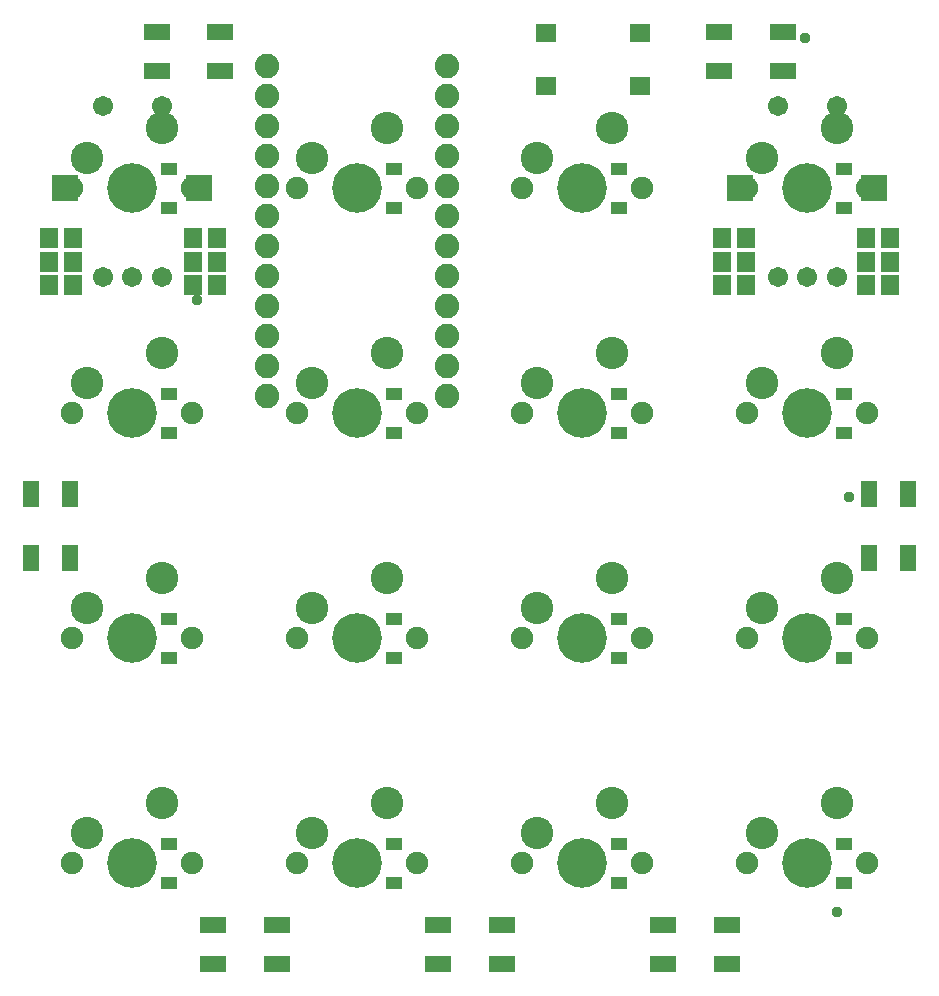
<source format=gbr>
G04 EAGLE Gerber RS-274X export*
G75*
%MOMM*%
%FSLAX34Y34*%
%LPD*%
%INSoldermask Bottom*%
%IPPOS*%
%AMOC8*
5,1,8,0,0,1.08239X$1,22.5*%
G01*
%ADD10C,2.082800*%
%ADD11C,4.203200*%
%ADD12C,1.903200*%
%ADD13C,2.743200*%
%ADD14C,1.711200*%
%ADD15R,2.303200X2.303200*%
%ADD16R,1.423200X1.113200*%
%ADD17R,1.503200X1.803200*%
%ADD18R,2.203200X1.453200*%
%ADD19R,1.453200X2.203200*%
%ADD20R,1.753200X1.503200*%
%ADD21C,0.959600*%


D10*
X457200Y865188D03*
X457200Y839788D03*
X457200Y814388D03*
X457200Y788988D03*
X457200Y763588D03*
X457200Y738188D03*
X457200Y712788D03*
X457200Y687388D03*
X457200Y661988D03*
X457200Y636588D03*
X457200Y611188D03*
X457200Y585788D03*
X304800Y585788D03*
X304800Y611188D03*
X304800Y636588D03*
X304800Y661988D03*
X304800Y687388D03*
X304800Y712788D03*
X304800Y738188D03*
X304800Y763588D03*
X304800Y788988D03*
X304800Y814388D03*
X304800Y839788D03*
X304800Y865188D03*
D11*
X190500Y762000D03*
D12*
X139700Y762000D03*
X241300Y762000D03*
D13*
X152400Y787400D03*
X215900Y812800D03*
D11*
X190500Y571500D03*
D12*
X139700Y571500D03*
X241300Y571500D03*
D13*
X152400Y596900D03*
X215900Y622300D03*
D11*
X190500Y381000D03*
D12*
X139700Y381000D03*
X241300Y381000D03*
D13*
X152400Y406400D03*
X215900Y431800D03*
D11*
X190500Y190500D03*
D12*
X139700Y190500D03*
X241300Y190500D03*
D13*
X152400Y215900D03*
X215900Y241300D03*
D11*
X381000Y762000D03*
D12*
X330200Y762000D03*
X431800Y762000D03*
D13*
X342900Y787400D03*
X406400Y812800D03*
D11*
X381000Y571500D03*
D12*
X330200Y571500D03*
X431800Y571500D03*
D13*
X342900Y596900D03*
X406400Y622300D03*
D11*
X381000Y381000D03*
D12*
X330200Y381000D03*
X431800Y381000D03*
D13*
X342900Y406400D03*
X406400Y431800D03*
D11*
X381000Y190500D03*
D12*
X330200Y190500D03*
X431800Y190500D03*
D13*
X342900Y215900D03*
X406400Y241300D03*
D11*
X571500Y762000D03*
D12*
X520700Y762000D03*
X622300Y762000D03*
D13*
X533400Y787400D03*
X596900Y812800D03*
D11*
X571500Y571500D03*
D12*
X520700Y571500D03*
X622300Y571500D03*
D13*
X533400Y596900D03*
X596900Y622300D03*
D11*
X571500Y381000D03*
D12*
X520700Y381000D03*
X622300Y381000D03*
D13*
X533400Y406400D03*
X596900Y431800D03*
D11*
X571500Y190500D03*
D12*
X520700Y190500D03*
X622300Y190500D03*
D13*
X533400Y215900D03*
X596900Y241300D03*
D11*
X762000Y762000D03*
D12*
X711200Y762000D03*
X812800Y762000D03*
D13*
X723900Y787400D03*
X787400Y812800D03*
D11*
X762000Y571500D03*
D12*
X711200Y571500D03*
X812800Y571500D03*
D13*
X723900Y596900D03*
X787400Y622300D03*
D11*
X762000Y381000D03*
D12*
X711200Y381000D03*
X812800Y381000D03*
D13*
X723900Y406400D03*
X787400Y431800D03*
D11*
X762000Y190500D03*
D12*
X711200Y190500D03*
X812800Y190500D03*
D13*
X723900Y215900D03*
X787400Y241300D03*
D14*
X190500Y687000D03*
X165500Y687000D03*
X216000Y687000D03*
X165500Y832000D03*
X215500Y832000D03*
D15*
X133500Y762000D03*
X247500Y762000D03*
D14*
X762000Y687000D03*
X737000Y687000D03*
X787500Y687000D03*
X737000Y832000D03*
X787000Y832000D03*
D15*
X705000Y762000D03*
X819000Y762000D03*
D16*
X222000Y745650D03*
X222000Y778350D03*
X412500Y745650D03*
X412500Y778350D03*
X603000Y745650D03*
X603000Y778350D03*
X793500Y745650D03*
X793500Y778350D03*
X222000Y555150D03*
X222000Y587850D03*
X412500Y555150D03*
X412500Y587850D03*
X603000Y555150D03*
X603000Y587850D03*
X793500Y555150D03*
X793500Y587850D03*
X222000Y364650D03*
X222000Y397350D03*
X412500Y364650D03*
X412500Y397350D03*
X603000Y364650D03*
X603000Y397350D03*
X793500Y364650D03*
X793500Y397350D03*
X222000Y174150D03*
X222000Y206850D03*
X412500Y174150D03*
X412500Y206850D03*
X603000Y174150D03*
X603000Y206850D03*
X793500Y174150D03*
X793500Y206850D03*
D17*
X262000Y720000D03*
X242000Y720000D03*
X262000Y700000D03*
X242000Y700000D03*
X120000Y720000D03*
X140000Y720000D03*
X120000Y700000D03*
X140000Y700000D03*
X262000Y680000D03*
X242000Y680000D03*
X120000Y680000D03*
X140000Y680000D03*
X812000Y720000D03*
X832000Y720000D03*
X812000Y700000D03*
X832000Y700000D03*
X710000Y720000D03*
X690000Y720000D03*
X710000Y700000D03*
X690000Y700000D03*
X812000Y680000D03*
X832000Y680000D03*
X710000Y680000D03*
X690000Y680000D03*
D18*
X211125Y861500D03*
X211125Y894500D03*
X265125Y861500D03*
X265125Y894500D03*
D19*
X137800Y449250D03*
X104800Y449250D03*
X137800Y503250D03*
X104800Y503250D03*
D18*
X312750Y138500D03*
X312750Y105500D03*
X258750Y138500D03*
X258750Y105500D03*
X503250Y138500D03*
X503250Y105500D03*
X449250Y138500D03*
X449250Y105500D03*
X693750Y138500D03*
X693750Y105500D03*
X639750Y138500D03*
X639750Y105500D03*
D19*
X814500Y503250D03*
X847500Y503250D03*
X814500Y449250D03*
X847500Y449250D03*
D18*
X687375Y861500D03*
X687375Y894500D03*
X741375Y861500D03*
X741375Y894500D03*
D20*
X620750Y893500D03*
X541250Y893500D03*
X620750Y848500D03*
X541250Y848500D03*
D21*
X787000Y149000D03*
X797000Y501000D03*
X245000Y667576D03*
X760000Y889000D03*
M02*

</source>
